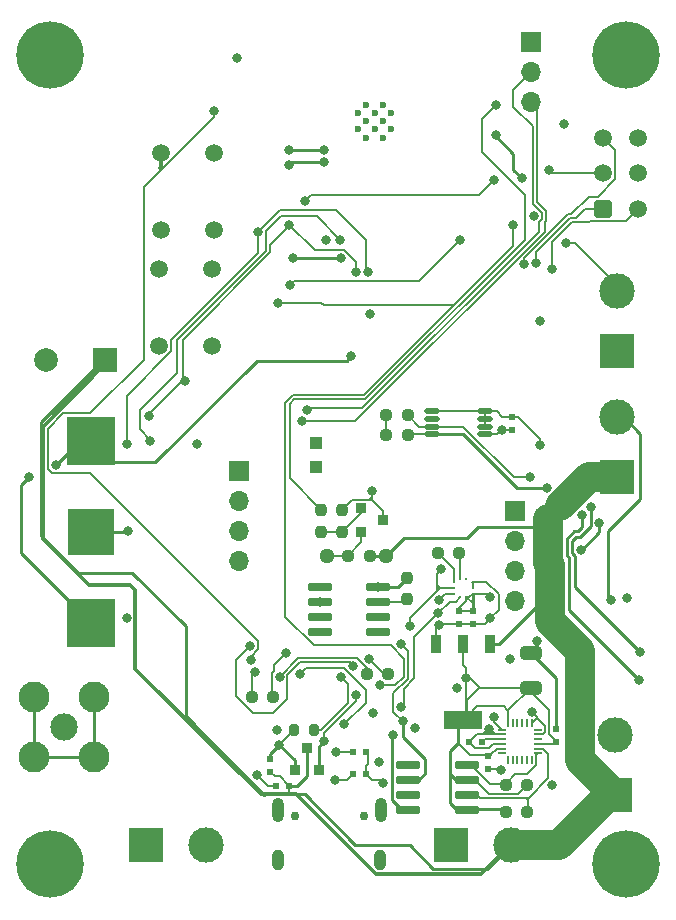
<source format=gbr>
%TF.GenerationSoftware,KiCad,Pcbnew,8.0.5*%
%TF.CreationDate,2025-03-30T22:56:12-04:00*%
%TF.ProjectId,TR3V4,54523356-342e-46b6-9963-61645f706362,rev?*%
%TF.SameCoordinates,Original*%
%TF.FileFunction,Copper,L4,Bot*%
%TF.FilePolarity,Positive*%
%FSLAX46Y46*%
G04 Gerber Fmt 4.6, Leading zero omitted, Abs format (unit mm)*
G04 Created by KiCad (PCBNEW 8.0.5) date 2025-03-30 22:56:12*
%MOMM*%
%LPD*%
G01*
G04 APERTURE LIST*
G04 Aperture macros list*
%AMRoundRect*
0 Rectangle with rounded corners*
0 $1 Rounding radius*
0 $2 $3 $4 $5 $6 $7 $8 $9 X,Y pos of 4 corners*
0 Add a 4 corners polygon primitive as box body*
4,1,4,$2,$3,$4,$5,$6,$7,$8,$9,$2,$3,0*
0 Add four circle primitives for the rounded corners*
1,1,$1+$1,$2,$3*
1,1,$1+$1,$4,$5*
1,1,$1+$1,$6,$7*
1,1,$1+$1,$8,$9*
0 Add four rect primitives between the rounded corners*
20,1,$1+$1,$2,$3,$4,$5,0*
20,1,$1+$1,$4,$5,$6,$7,0*
20,1,$1+$1,$6,$7,$8,$9,0*
20,1,$1+$1,$8,$9,$2,$3,0*%
G04 Aperture macros list end*
%TA.AperFunction,ComponentPad*%
%ADD10R,3.000000X3.000000*%
%TD*%
%TA.AperFunction,ComponentPad*%
%ADD11C,3.000000*%
%TD*%
%TA.AperFunction,SMDPad,CuDef*%
%ADD12RoundRect,0.237500X0.237500X-0.250000X0.237500X0.250000X-0.237500X0.250000X-0.237500X-0.250000X0*%
%TD*%
%TA.AperFunction,SMDPad,CuDef*%
%ADD13RoundRect,0.042000X0.943000X0.258000X-0.943000X0.258000X-0.943000X-0.258000X0.943000X-0.258000X0*%
%TD*%
%TA.AperFunction,ComponentPad*%
%ADD14C,5.700000*%
%TD*%
%TA.AperFunction,ComponentPad*%
%ADD15C,1.280000*%
%TD*%
%TA.AperFunction,ComponentPad*%
%ADD16R,1.000000X1.000000*%
%TD*%
%TA.AperFunction,ComponentPad*%
%ADD17O,1.000000X1.800000*%
%TD*%
%TA.AperFunction,ComponentPad*%
%ADD18O,1.000000X2.100000*%
%TD*%
%TA.AperFunction,ComponentPad*%
%ADD19C,0.750000*%
%TD*%
%TA.AperFunction,ComponentPad*%
%ADD20RoundRect,0.250001X0.499999X-0.499999X0.499999X0.499999X-0.499999X0.499999X-0.499999X-0.499999X0*%
%TD*%
%TA.AperFunction,ComponentPad*%
%ADD21C,1.500000*%
%TD*%
%TA.AperFunction,ComponentPad*%
%ADD22R,1.700000X1.700000*%
%TD*%
%TA.AperFunction,ComponentPad*%
%ADD23O,1.700000X1.700000*%
%TD*%
%TA.AperFunction,ComponentPad*%
%ADD24C,0.600000*%
%TD*%
%TA.AperFunction,ComponentPad*%
%ADD25R,2.000000X2.000000*%
%TD*%
%TA.AperFunction,ComponentPad*%
%ADD26C,2.000000*%
%TD*%
%TA.AperFunction,ComponentPad*%
%ADD27C,1.498600*%
%TD*%
%TA.AperFunction,ComponentPad*%
%ADD28C,2.325000*%
%TD*%
%TA.AperFunction,ComponentPad*%
%ADD29C,2.625000*%
%TD*%
%TA.AperFunction,SMDPad,CuDef*%
%ADD30O,1.350000X0.449999*%
%TD*%
%TA.AperFunction,SMDPad,CuDef*%
%ADD31RoundRect,0.237500X0.250000X0.237500X-0.250000X0.237500X-0.250000X-0.237500X0.250000X-0.237500X0*%
%TD*%
%TA.AperFunction,SMDPad,CuDef*%
%ADD32R,3.960000X3.960000*%
%TD*%
%TA.AperFunction,SMDPad,CuDef*%
%ADD33R,4.170000X4.170000*%
%TD*%
%TA.AperFunction,SMDPad,CuDef*%
%ADD34RoundRect,0.023750X0.071250X-0.296250X0.071250X0.296250X-0.071250X0.296250X-0.071250X-0.296250X0*%
%TD*%
%TA.AperFunction,SMDPad,CuDef*%
%ADD35RoundRect,0.023750X0.071250X-0.298750X0.071250X0.298750X-0.071250X0.298750X-0.071250X-0.298750X0*%
%TD*%
%TA.AperFunction,SMDPad,CuDef*%
%ADD36RoundRect,0.023750X0.071250X-0.293750X0.071250X0.293750X-0.071250X0.293750X-0.071250X-0.293750X0*%
%TD*%
%TA.AperFunction,SMDPad,CuDef*%
%ADD37RoundRect,0.022500X0.067500X-0.297500X0.067500X0.297500X-0.067500X0.297500X-0.067500X-0.297500X0*%
%TD*%
%TA.AperFunction,SMDPad,CuDef*%
%ADD38RoundRect,0.022500X0.297500X-0.067500X0.297500X0.067500X-0.297500X0.067500X-0.297500X-0.067500X0*%
%TD*%
%TA.AperFunction,SMDPad,CuDef*%
%ADD39RoundRect,0.023750X0.296250X-0.071250X0.296250X0.071250X-0.296250X0.071250X-0.296250X-0.071250X0*%
%TD*%
%TA.AperFunction,SMDPad,CuDef*%
%ADD40RoundRect,0.023750X0.293750X-0.071250X0.293750X0.071250X-0.293750X0.071250X-0.293750X-0.071250X0*%
%TD*%
%TA.AperFunction,SMDPad,CuDef*%
%ADD41RoundRect,0.025000X0.075000X-0.295000X0.075000X0.295000X-0.075000X0.295000X-0.075000X-0.295000X0*%
%TD*%
%TA.AperFunction,SMDPad,CuDef*%
%ADD42R,0.254000X0.279400*%
%TD*%
%TA.AperFunction,SMDPad,CuDef*%
%ADD43R,0.254000X0.254000*%
%TD*%
%TA.AperFunction,SMDPad,CuDef*%
%ADD44R,0.500000X0.605600*%
%TD*%
%TA.AperFunction,SMDPad,CuDef*%
%ADD45RoundRect,0.237500X-0.237500X0.250000X-0.237500X-0.250000X0.237500X-0.250000X0.237500X0.250000X0*%
%TD*%
%TA.AperFunction,SMDPad,CuDef*%
%ADD46R,0.889000X0.812800*%
%TD*%
%TA.AperFunction,SMDPad,CuDef*%
%ADD47RoundRect,0.200000X-0.200000X-0.275000X0.200000X-0.275000X0.200000X0.275000X-0.200000X0.275000X0*%
%TD*%
%TA.AperFunction,SMDPad,CuDef*%
%ADD48R,0.605600X0.500000*%
%TD*%
%TA.AperFunction,SMDPad,CuDef*%
%ADD49RoundRect,0.237500X-0.250000X-0.237500X0.250000X-0.237500X0.250000X0.237500X-0.250000X0.237500X0*%
%TD*%
%TA.AperFunction,SMDPad,CuDef*%
%ADD50R,0.900800X1.549400*%
%TD*%
%TA.AperFunction,SMDPad,CuDef*%
%ADD51R,3.200400X1.549400*%
%TD*%
%TA.AperFunction,SMDPad,CuDef*%
%ADD52RoundRect,0.250000X-0.650000X0.325000X-0.650000X-0.325000X0.650000X-0.325000X0.650000X0.325000X0*%
%TD*%
%TA.AperFunction,SMDPad,CuDef*%
%ADD53R,0.609600X0.508000*%
%TD*%
%TA.AperFunction,SMDPad,CuDef*%
%ADD54R,0.812800X0.889000*%
%TD*%
%TA.AperFunction,ViaPad*%
%ADD55C,0.800000*%
%TD*%
%TA.AperFunction,Conductor*%
%ADD56C,0.250000*%
%TD*%
%TA.AperFunction,Conductor*%
%ADD57C,2.540000*%
%TD*%
%TA.AperFunction,Conductor*%
%ADD58C,0.150000*%
%TD*%
%TA.AperFunction,Conductor*%
%ADD59C,0.300387*%
%TD*%
G04 APERTURE END LIST*
D10*
%TO.P,J5,1,Pin_1*%
%TO.N,N/C*%
X191008000Y-77216000D03*
D11*
%TO.P,J5,2,Pin_2*%
%TO.N,cam*%
X191008000Y-72136000D03*
%TD*%
D12*
%TO.P,R3,1*%
%TO.N,+1V8*%
X173228000Y-98194500D03*
%TO.P,R3,2*%
%TO.N,/I2C Int*%
X173228000Y-96369500D03*
%TD*%
D13*
%TO.P,Q8,1*%
%TO.N,/I2C Int*%
X170812000Y-97155000D03*
%TO.P,Q8,2*%
%TO.N,+1V8*%
X170812000Y-98425000D03*
%TO.P,Q8,3*%
%TO.N,unconnected-(Q8-Pad3)*%
X170812000Y-99695000D03*
%TO.P,Q8,4*%
%TO.N,unconnected-(Q8-Pad4)*%
X170812000Y-100965000D03*
%TO.P,Q8,5*%
%TO.N,unconnected-(Q8-Pad5)*%
X165862000Y-100965000D03*
%TO.P,Q8,6*%
%TO.N,N/C*%
X165862000Y-99695000D03*
%TO.P,Q8,7*%
%TO.N,Net-(U11-IO17)*%
X165862000Y-98425000D03*
%TO.P,Q8,8*%
%TO.N,N/C*%
X165862000Y-97155000D03*
%TD*%
D14*
%TO.P,,1*%
%TO.N,N/C*%
X143000000Y-52130000D03*
%TD*%
D15*
%TO.P,LS1,1*%
%TO.N,Net-(Q1-C)*%
X166450000Y-94500000D03*
%TO.P,LS1,2*%
%TO.N,+7.5V*%
X171450000Y-94500000D03*
%TD*%
D16*
%TO.P,TX2,1,1*%
%TO.N,/gps_tx*%
X165500000Y-87000000D03*
%TD*%
D17*
%TO.P,J2,13*%
%TO.N,N/C*%
X162359996Y-120250000D03*
%TO.P,J2,14*%
X171000000Y-120250000D03*
D18*
%TO.P,J2,15*%
X162347347Y-116070000D03*
%TO.P,J2,16*%
X171037649Y-116073350D03*
D19*
%TO.P,J2,17*%
X163789998Y-116561600D03*
%TO.P,J2,18*%
X169569998Y-116561600D03*
%TD*%
D20*
%TO.P,J6,1,Pin_1*%
%TO.N,/SPICLK*%
X189810000Y-65134000D03*
D21*
%TO.P,J6,2,Pin_2*%
%TO.N,/cs_sd*%
X189810000Y-62134000D03*
%TO.P,J6,3,Pin_3*%
%TO.N,/SPI_MISO*%
X189810000Y-59134000D03*
%TO.P,J6,4,Pin_4*%
%TO.N,/SPI_MOSI*%
X192810000Y-65134000D03*
%TO.P,J6,5,Pin_5*%
%TO.N,Earth*%
X192810000Y-62134000D03*
%TO.P,J6,6,Pin_6*%
%TO.N,+3.3V*%
X192810000Y-59134000D03*
%TD*%
D14*
%TO.P,,1*%
%TO.N,N/C*%
X191800000Y-120650000D03*
%TD*%
D22*
%TO.P,J3,1,Pin_1*%
%TO.N,Earth*%
X183750000Y-51042000D03*
D23*
%TO.P,J3,2,Pin_2*%
%TO.N,/UART_TX*%
X183750000Y-53582000D03*
%TO.P,J3,3,Pin_3*%
%TO.N,/UART_RX*%
X183750000Y-56122000D03*
%TD*%
D16*
%TO.P,RX2,1,1*%
%TO.N,/gps_rx*%
X165500000Y-85000000D03*
%TD*%
D10*
%TO.P,SW1,1,A*%
%TO.N,Net-(SW1-A)*%
X176990583Y-118970001D03*
D11*
%TO.P,SW1,2,B*%
%TO.N,+7.5V*%
X182070583Y-118970001D03*
%TD*%
D24*
%TO.P,U11,39,GND*%
%TO.N,Earth*%
X169112000Y-57022000D03*
X169112000Y-58422000D03*
X169812000Y-56322000D03*
X169812000Y-57722000D03*
X169812000Y-59122000D03*
X170512000Y-57022000D03*
X170512000Y-58422000D03*
X171212000Y-56322000D03*
X171212000Y-57722000D03*
X171212000Y-59122000D03*
X171912000Y-57022000D03*
X171912000Y-58422000D03*
%TD*%
D25*
%TO.P,C3,1*%
%TO.N,+7.5V*%
X147655677Y-77978000D03*
D26*
%TO.P,C3,2*%
%TO.N,Earth*%
X142655677Y-77978000D03*
%TD*%
D27*
%TO.P,SW4,3*%
%TO.N,/reset*%
X152390417Y-60412000D03*
%TO.P,SW4,2,2*%
%TO.N,Earth*%
X156890418Y-66912002D03*
%TO.P,SW4,1,1*%
X156890418Y-60412000D03*
%TO.P,SW4,*%
%TO.N,/reset*%
X152390417Y-66912002D03*
%TD*%
D22*
%TO.P,J7,1,Pin_1*%
%TO.N,/TDO*%
X159004000Y-87376000D03*
D23*
%TO.P,J7,2,Pin_2*%
%TO.N,/SPI_MISO*%
X159004000Y-89916000D03*
%TO.P,J7,3,Pin_3*%
%TO.N,/SPI_MOSI*%
X159004000Y-92456000D03*
%TO.P,J7,4,Pin_4*%
%TO.N,/SPICLK*%
X159004000Y-94996000D03*
%TD*%
D14*
%TO.P,,1*%
%TO.N,N/C*%
X143000000Y-120650000D03*
%TD*%
D28*
%TO.P,AE1,1*%
%TO.N,Net-(U7-ANT)*%
X144210000Y-109021800D03*
D29*
%TO.P,AE1,G1*%
%TO.N,Earth*%
X141670000Y-106481800D03*
%TO.P,AE1,G2*%
X146750000Y-106481800D03*
%TO.P,AE1,G3*%
X141670000Y-111561800D03*
%TO.P,AE1,G4*%
X146750000Y-111561800D03*
%TD*%
D10*
%TO.P,J4,1,Pin_1*%
%TO.N,+7.5V*%
X190881000Y-114808000D03*
D11*
%TO.P,J4,2,Pin_2*%
%TO.N,Net-(J4-Pin_2)*%
X190881000Y-109728000D03*
%TD*%
D10*
%TO.P,J1,1,Pin_1*%
%TO.N,Net-(J1-Pin_1)*%
X151170000Y-119000000D03*
D11*
%TO.P,J1,2,Pin_2*%
%TO.N,Net-(J1-Pin_2)*%
X156250000Y-119000000D03*
%TD*%
D14*
%TO.P,,1*%
%TO.N,N/C*%
X191800000Y-52130000D03*
%TD*%
D27*
%TO.P,SW2,1,1*%
%TO.N,Earth*%
X156750000Y-70250000D03*
%TO.P,SW2,2,2*%
X156750000Y-76750002D03*
%TO.P,SW2,*%
%TO.N,/flash*%
X152249999Y-70250000D03*
%TO.P,SW2,4*%
X152249999Y-76750002D03*
%TD*%
D30*
%TO.P,U9,8,V+*%
%TO.N,+3.3V*%
X179832000Y-84246001D03*
%TO.P,U9,7,A0*%
%TO.N,Earth*%
X179832000Y-83596000D03*
%TO.P,U9,6,A1*%
X179832000Y-82946001D03*
%TO.P,U9,5,A2*%
X179832000Y-82296000D03*
%TO.P,U9,4,GND*%
X175381999Y-82296000D03*
%TO.P,U9,3,ALERT*%
%TO.N,unconnected-(U9-ALERT-Pad3)*%
X175381999Y-82946001D03*
%TO.P,U9,2,SCL*%
%TO.N,/I2C_SCL*%
X175381999Y-83596000D03*
%TO.P,U9,1,SDA*%
%TO.N,/I2C_SDA*%
X175381999Y-84246001D03*
%TD*%
D31*
%TO.P,R29,1*%
%TO.N,Net-(U8-CSB)*%
X177662500Y-94250000D03*
%TO.P,R29,2*%
%TO.N,+3.3V*%
X175837500Y-94250000D03*
%TD*%
D12*
%TO.P,R4,1*%
%TO.N,Net-(Q1-B)*%
X166000000Y-92500000D03*
%TO.P,R4,2*%
%TO.N,/piezo*%
X166000000Y-90675000D03*
%TD*%
D32*
%TO.P,BT1,*%
%TO.N,Earth*%
X146500000Y-92500000D03*
D33*
%TO.N,Net-(BT1-+)*%
X146500000Y-84815000D03*
X146500000Y-100185000D03*
%TD*%
D13*
%TO.P,Q6,1*%
%TO.N,Net-(U5-SDA{slash}SDI)*%
X178300000Y-112200000D03*
%TO.P,Q6,2*%
%TO.N,+1V8*%
X178300000Y-113470000D03*
%TO.P,Q6,3*%
%TO.N,Net-(U5-SCL{slash}SCLK)*%
X178300000Y-114740000D03*
%TO.P,Q6,4*%
%TO.N,+1V8*%
X178300000Y-116010000D03*
%TO.P,Q6,5*%
%TO.N,/I2C_SCL*%
X173350000Y-116010000D03*
%TO.P,Q6,6*%
%TO.N,N/C*%
X173350000Y-114740000D03*
%TO.P,Q6,7*%
%TO.N,/I2C_SDA*%
X173350000Y-113470000D03*
%TO.P,Q6,8*%
%TO.N,N/C*%
X173350000Y-112200000D03*
%TD*%
D34*
%TO.P,U5,1,NC*%
%TO.N,unconnected-(U5-NC-Pad1)*%
X183792500Y-111790000D03*
D35*
%TO.P,U5,2,NC__1*%
%TO.N,unconnected-(U5-NC__1-Pad2)*%
X183392500Y-111787500D03*
D34*
%TO.P,U5,3,NC__2*%
%TO.N,unconnected-(U5-NC__2-Pad3)*%
X182992500Y-111790000D03*
%TO.P,U5,4,NC__3*%
%TO.N,unconnected-(U5-NC__3-Pad4)*%
X182592500Y-111790000D03*
D36*
%TO.P,U5,5,NC__4*%
%TO.N,unconnected-(U5-NC__4-Pad5)*%
X182192500Y-111792500D03*
D37*
%TO.P,U5,6,NC__5*%
%TO.N,unconnected-(U5-NC__5-Pad6)*%
X181797500Y-111790000D03*
D38*
%TO.P,U5,7,AUX_CL*%
%TO.N,unconnected-(U5-AUX_CL-Pad7)*%
X181252500Y-111245000D03*
D39*
%TO.P,U5,8,VDDIO*%
%TO.N,+1V8*%
X181252500Y-110850000D03*
%TO.P,U5,9,AD0/SDO*%
%TO.N,Earth*%
X181252500Y-110450000D03*
%TO.P,U5,10,REGOUT*%
%TO.N,Net-(U5-REGOUT)*%
X181252500Y-110050000D03*
%TO.P,U5,11,FSYNC*%
%TO.N,Earth*%
X181252500Y-109650000D03*
D40*
%TO.P,U5,12,INT1*%
%TO.N,/I2C Int*%
X181250000Y-109250000D03*
D34*
%TO.P,U5,13,VDD*%
%TO.N,+1V8*%
X181792500Y-108700000D03*
D35*
%TO.P,U5,14,NC__6*%
%TO.N,unconnected-(U5-NC__6-Pad14)*%
X182192500Y-108697500D03*
D36*
%TO.P,U5,15,NC__7*%
%TO.N,unconnected-(U5-NC__7-Pad15)*%
X182592500Y-108702500D03*
D37*
%TO.P,U5,16,NC__8*%
%TO.N,unconnected-(U5-NC__8-Pad16)*%
X182987500Y-108700000D03*
D41*
%TO.P,U5,17,NC__9*%
%TO.N,unconnected-(U5-NC__9-Pad17)*%
X183387500Y-108700000D03*
D37*
%TO.P,U5,18,GND*%
%TO.N,Earth*%
X183787500Y-108700000D03*
D39*
%TO.P,U5,19,RESV_19*%
%TO.N,unconnected-(U5-RESV_19-Pad19)*%
X184342500Y-109240000D03*
%TO.P,U5,20,RESV_20*%
%TO.N,Earth*%
X184342500Y-109640000D03*
%TO.P,U5,21,AUX_DA*%
%TO.N,unconnected-(U5-AUX_DA-Pad21)*%
X184342500Y-110040000D03*
%TO.P,U5,22,~{CS}*%
%TO.N,+1V8*%
X184342500Y-110440000D03*
%TO.P,U5,23,SCL/SCLK*%
%TO.N,Net-(U5-SCL{slash}SCLK)*%
X184342500Y-110840000D03*
%TO.P,U5,24,SDA/SDI*%
%TO.N,Net-(U5-SDA{slash}SDI)*%
X184342500Y-111240000D03*
%TD*%
D42*
%TO.P,U8,1,VDDIO*%
%TO.N,+3.3V*%
X178273001Y-98010300D03*
%TO.P,U8,2,SCK*%
%TO.N,/I2C_SCL*%
X177773001Y-98010300D03*
D43*
%TO.P,U8,3,VSS*%
%TO.N,Earth*%
X177250000Y-97749998D03*
%TO.P,U8,4,SDI*%
%TO.N,/I2C_SDA*%
X177250000Y-97249999D03*
%TO.P,U8,5,SDO*%
%TO.N,+3.3V*%
X177250000Y-96750000D03*
D42*
%TO.P,U8,6,CSB*%
%TO.N,Net-(U8-CSB)*%
X177773001Y-96489698D03*
%TO.P,U8,7,INT*%
%TO.N,/BARO_INT*%
X178273001Y-96489698D03*
D43*
%TO.P,U8,8,VSS*%
%TO.N,Earth*%
X178796002Y-96750000D03*
%TO.P,U8,9,VSS*%
X178796002Y-97249999D03*
%TO.P,U8,10,VDD*%
%TO.N,+3.3V*%
X178796002Y-97749998D03*
%TD*%
D44*
%TO.P,C8,1*%
%TO.N,+7.5V*%
X161688798Y-112816600D03*
%TO.P,C8,2*%
%TO.N,Net-(Q5-B)*%
X161688798Y-111711000D03*
%TD*%
D45*
%TO.P,R5,1*%
%TO.N,Earth*%
X167750000Y-90675000D03*
%TO.P,R5,2*%
%TO.N,Net-(Q1-B)*%
X167750000Y-92500000D03*
%TD*%
D46*
%TO.P,Q1,1,C*%
%TO.N,Net-(Q1-C)*%
X169360001Y-92524999D03*
%TO.P,Q1,2,B*%
%TO.N,Net-(Q1-B)*%
X169360001Y-90475001D03*
%TO.P,Q1,3,E*%
%TO.N,Earth*%
X171250000Y-91500000D03*
%TD*%
D47*
%TO.P,R9,1*%
%TO.N,Net-(Q5-B)*%
X163688798Y-109263800D03*
%TO.P,R9,2*%
%TO.N,/Detect*%
X165338798Y-109263800D03*
%TD*%
D48*
%TO.P,C9,1*%
%TO.N,+7.5V*%
X163294398Y-114013800D03*
%TO.P,C9,2*%
%TO.N,Earth*%
X162188798Y-114013800D03*
%TD*%
D49*
%TO.P,R18,1*%
%TO.N,+3.3V*%
X171507000Y-84296000D03*
%TO.P,R18,2*%
%TO.N,/I2C_SDA*%
X173332000Y-84296000D03*
%TD*%
D50*
%TO.P,U10,1,GND*%
%TO.N,Earth*%
X175700000Y-102000000D03*
%TO.P,U10,2,OUT*%
%TO.N,+1V8*%
X178000000Y-102000000D03*
%TO.P,U10,3,INPUT*%
%TO.N,+7.5V*%
X180300000Y-102000000D03*
D51*
%TO.P,U10,4,OUT*%
%TO.N,+1V8*%
X178000000Y-108451600D03*
%TD*%
D52*
%TO.P,C17,1*%
%TO.N,Earth*%
X183750000Y-102750000D03*
%TO.P,C17,2*%
%TO.N,+1V8*%
X183750000Y-105700000D03*
%TD*%
D31*
%TO.P,R6,1*%
%TO.N,+7.5V*%
X170075000Y-94500000D03*
%TO.P,R6,2*%
%TO.N,Net-(Q1-C)*%
X168250000Y-94500000D03*
%TD*%
%TO.P,R32,1*%
%TO.N,Net-(U5-SCL{slash}SCLK)*%
X183412500Y-116250000D03*
%TO.P,R32,2*%
%TO.N,+1V8*%
X181587500Y-116250000D03*
%TD*%
D53*
%TO.P,C11,1*%
%TO.N,/DP*%
X168688798Y-113013800D03*
%TO.P,C11,2*%
%TO.N,Earth*%
X169780998Y-113013800D03*
%TD*%
D54*
%TO.P,Q5,1,C*%
%TO.N,/VCC*%
X165774999Y-112694999D03*
%TO.P,Q5,2,B*%
%TO.N,Net-(Q5-B)*%
X163725001Y-112694999D03*
%TO.P,Q5,3,E*%
%TO.N,+7.5V*%
X164750000Y-110805000D03*
%TD*%
D44*
%TO.P,C20,1*%
%TO.N,+1V8*%
X185900000Y-110252800D03*
%TO.P,C20,2*%
%TO.N,Earth*%
X185900000Y-109147200D03*
%TD*%
%TO.P,C14,1*%
%TO.N,Earth*%
X177673000Y-100279200D03*
%TO.P,C14,2*%
%TO.N,+3.3V*%
X177673000Y-99173600D03*
%TD*%
D48*
%TO.P,C18,1*%
%TO.N,Earth*%
X178494400Y-110300000D03*
%TO.P,C18,2*%
%TO.N,Net-(U5-REGOUT)*%
X179600000Y-110300000D03*
%TD*%
D49*
%TO.P,R20,1*%
%TO.N,+3.3V*%
X171469500Y-82621000D03*
%TO.P,R20,2*%
%TO.N,/I2C_SCL*%
X173294500Y-82621000D03*
%TD*%
D44*
%TO.P,C16,1*%
%TO.N,Earth*%
X182118000Y-82743200D03*
%TO.P,C16,2*%
%TO.N,+3.3V*%
X182118000Y-83848800D03*
%TD*%
D31*
%TO.P,R26,1*%
%TO.N,Net-(Q3-B)*%
X161912500Y-106500000D03*
%TO.P,R26,2*%
%TO.N,Net-(Q4-E)*%
X160087500Y-106500000D03*
%TD*%
D44*
%TO.P,C15,1*%
%TO.N,+3.3V*%
X178816000Y-99187000D03*
%TO.P,C15,2*%
%TO.N,Earth*%
X178816000Y-100292600D03*
%TD*%
D49*
%TO.P,R27,1*%
%TO.N,Net-(Q4-B)*%
X169837500Y-104500000D03*
%TO.P,R27,2*%
%TO.N,Net-(Q3-E)*%
X171662500Y-104500000D03*
%TD*%
D53*
%TO.P,C10,1*%
%TO.N,/DN*%
X168692698Y-111163800D03*
%TO.P,C10,2*%
%TO.N,Earth*%
X169784898Y-111163800D03*
%TD*%
D44*
%TO.P,C19,1*%
%TO.N,+1V8*%
X180100000Y-111500000D03*
%TO.P,C19,2*%
%TO.N,Earth*%
X180100000Y-112605600D03*
%TD*%
D31*
%TO.P,R33,1*%
%TO.N,+1V8*%
X183425000Y-113900000D03*
%TO.P,R33,2*%
%TO.N,Net-(U5-SDA{slash}SDI)*%
X181600000Y-113900000D03*
%TD*%
D22*
%TO.P,J8,1,Pin_1*%
%TO.N,+3.3V*%
X182372000Y-90688000D03*
D23*
%TO.P,J8,2,Pin_2*%
%TO.N,Earth*%
X182372000Y-93228000D03*
%TO.P,J8,3,Pin_3*%
%TO.N,/I2C_SCL*%
X182372000Y-95768000D03*
%TO.P,J8,4,Pin_4*%
%TO.N,/I2C_SDA*%
X182372000Y-98308000D03*
%TD*%
D10*
%TO.P,J5,1,Pin_1*%
%TO.N,+7.5V*%
X191000000Y-87884000D03*
D11*
%TO.P,J5,2,Pin_2*%
%TO.N,Net-(J5-Pin_2)*%
X191000000Y-82804000D03*
%TD*%
D55*
%TO.N,cam*%
X186690000Y-68072000D03*
%TO.N,/SPI_MOSI*%
X151500000Y-84836000D03*
%TO.N,/SPI_MISO*%
X154432000Y-79756000D03*
%TO.N,/SPICLK*%
X149500002Y-85061800D03*
%TO.N,/SPI_MISO*%
X151375001Y-82661999D03*
%TO.N,Net-(U11-IO17)*%
X180594000Y-62738000D03*
X164604274Y-64517989D03*
X165862000Y-98425000D03*
%TO.N,+3.3V*%
X181279200Y-83848800D03*
%TO.N,/I2C_SDA*%
X185068814Y-88802814D03*
%TO.N,/I2C_SCL*%
X183642000Y-87884000D03*
%TO.N,+1V8*%
X178250000Y-104902000D03*
%TO.N,/I2C Int*%
X180594000Y-108204000D03*
%TO.N,+1V8*%
X173228000Y-98194500D03*
%TO.N,/I2C Int*%
X170812000Y-97155000D03*
%TO.N,Earth*%
X166370000Y-67818000D03*
%TO.N,/UART_TX*%
X164752674Y-82200993D03*
%TO.N,/UART_RX*%
X164329021Y-83125573D03*
%TO.N,Earth*%
X173900000Y-109100000D03*
X184514000Y-85131120D03*
X170400000Y-107800000D03*
X160527379Y-113093721D03*
X191875000Y-98125000D03*
X162250000Y-109250000D03*
X175921486Y-100373919D03*
X184514000Y-74623140D03*
X155500000Y-85061800D03*
X175977298Y-98227298D03*
X180302800Y-99802800D03*
X170250000Y-89000000D03*
X186500000Y-58000000D03*
X184250000Y-101750000D03*
X171250000Y-113750000D03*
X180200200Y-109154795D03*
X185554596Y-113954595D03*
X183855485Y-107750000D03*
X149606000Y-92456000D03*
X181219676Y-112697991D03*
%TO.N,/DN*%
X167250000Y-111163800D03*
%TO.N,Net-(Q5-B)*%
X162438798Y-110513800D03*
%TO.N,/I2C_SCL*%
X172775000Y-107300000D03*
X175875000Y-99375000D03*
X163262000Y-61432000D03*
X172025938Y-109700000D03*
X166221000Y-61214000D03*
%TO.N,/I2C_SDA*%
X163262000Y-60162000D03*
X172887500Y-108512500D03*
X176137653Y-95637653D03*
X172750000Y-102012683D03*
X166221000Y-60198000D03*
X173500000Y-100500000D03*
%TO.N,/SPICLK*%
X184152745Y-69740949D03*
X160602298Y-67102298D03*
X169926000Y-70475100D03*
%TO.N,/SPI_MISO*%
X168926359Y-70501980D03*
X163262000Y-66512000D03*
X183154494Y-69800100D03*
%TO.N,Net-(BT1-+)*%
X168512000Y-77625420D03*
X143510000Y-86868000D03*
X141224000Y-87884000D03*
%TO.N,/UART_RX*%
X168708191Y-103874002D03*
X159949145Y-102145755D03*
%TO.N,/SPI_MOSI*%
X185525000Y-70250000D03*
X167567000Y-67762000D03*
%TO.N,+3.3V*%
X170900000Y-112000000D03*
X175837514Y-94187653D03*
X170108484Y-74037652D03*
X158870667Y-52412000D03*
X182000000Y-103250000D03*
X180250000Y-98000000D03*
X171469500Y-82621000D03*
X177500000Y-105750000D03*
X184000000Y-65750000D03*
X149500002Y-99768400D03*
%TO.N,/cs_sd*%
X185300000Y-61897000D03*
%TO.N,/DP*%
X167188798Y-113513800D03*
%TO.N,/TDO*%
X167640000Y-69342000D03*
X163576000Y-69342000D03*
%TO.N,/flash*%
X171000000Y-105500000D03*
X182250000Y-66500000D03*
X162297000Y-73075000D03*
%TO.N,Net-(J5-Pin_2)*%
X190485582Y-98250000D03*
%TO.N,Net-(Q3-B)*%
X163000000Y-102750000D03*
%TO.N,/VCC*%
X167938798Y-108763800D03*
X168938798Y-106263800D03*
X166258997Y-110241002D03*
X164188798Y-104513800D03*
%TO.N,/piezo*%
X180762000Y-56352000D03*
%TO.N,/Drouge*%
X187939476Y-94004408D03*
X189539990Y-91750000D03*
%TO.N,/cont drouge*%
X192862200Y-105044407D03*
X183000000Y-62572000D03*
X180762000Y-58892000D03*
X188089990Y-91095975D03*
%TO.N,/cont main*%
X192960582Y-102700000D03*
X188828860Y-90422124D03*
%TO.N,/LORA_Reset*%
X163322000Y-71628000D03*
X177727000Y-67762000D03*
%TO.N,Net-(Q3-E)*%
X170012500Y-103237500D03*
%TO.N,/Detect*%
X167688798Y-104763800D03*
%TO.N,Net-(Q4-B)*%
X162453278Y-104751317D03*
%TO.N,/reset*%
X160000000Y-103378000D03*
X156913000Y-56837000D03*
%TO.N,Net-(Q4-E)*%
X160399145Y-104394000D03*
%TD*%
D56*
%TO.N,Net-(J5-Pin_2)*%
X190485582Y-98250000D02*
X190264990Y-98029408D01*
X190264990Y-92437010D02*
X193000000Y-89702000D01*
X190264990Y-98029408D02*
X190264990Y-92437010D01*
X193000000Y-89702000D02*
X193000000Y-84170000D01*
X193000000Y-84170000D02*
X191000000Y-82170000D01*
D57*
%TO.N,+7.5V*%
X186216532Y-90324853D02*
X188657385Y-87884000D01*
X188657385Y-87884000D02*
X191000000Y-87884000D01*
D58*
%TO.N,/SPI_MISO*%
X189810000Y-59134000D02*
X190835000Y-60159000D01*
X183154494Y-69340480D02*
X183154494Y-69800100D01*
X190835000Y-62657000D02*
X189383000Y-64109000D01*
X189383000Y-64109000D02*
X188621000Y-64109000D01*
X188621000Y-64109000D02*
X187136000Y-65594000D01*
X190835000Y-60159000D02*
X190835000Y-62657000D01*
X187136000Y-65594000D02*
X186900974Y-65594000D01*
X186900974Y-65594000D02*
X183154494Y-69340480D01*
%TO.N,/SPICLK*%
X189810000Y-65134000D02*
X188358000Y-65134000D01*
X187045948Y-65944000D02*
X184152745Y-68837203D01*
X188358000Y-65134000D02*
X187548000Y-65944000D01*
X184152745Y-68837203D02*
X184152745Y-69740949D01*
X187548000Y-65944000D02*
X187045948Y-65944000D01*
%TO.N,/SPI_MOSI*%
X185525000Y-70250000D02*
X185525000Y-67959922D01*
X188785000Y-66159000D02*
X191785000Y-66159000D01*
X187198000Y-66294000D02*
X188658000Y-66294000D01*
X185525000Y-67959922D02*
X186936922Y-66548000D01*
X186936922Y-66548000D02*
X186944000Y-66548000D01*
X186944000Y-66548000D02*
X187198000Y-66294000D01*
X188658000Y-66294000D02*
X188785000Y-66167000D01*
X188785000Y-66167000D02*
X188785000Y-66159000D01*
X191785000Y-66159000D02*
X192810000Y-65134000D01*
%TO.N,/UART_RX*%
X183750000Y-56122000D02*
X184250000Y-56622000D01*
X184250000Y-64550431D02*
X185025000Y-65325431D01*
X185025000Y-65325431D02*
X185025000Y-66174570D01*
X184250000Y-56622000D02*
X184250000Y-64550431D01*
X185025000Y-66174570D02*
X184912000Y-66287570D01*
X184912000Y-66287570D02*
X184912000Y-67088000D01*
X184912000Y-67088000D02*
X168874427Y-83125573D01*
X168874427Y-83125573D02*
X164329021Y-83125573D01*
%TO.N,/UART_TX*%
X164752674Y-82200993D02*
X164911667Y-82042000D01*
X184404000Y-66300595D02*
X184675000Y-66029595D01*
X169463026Y-82042000D02*
X184404000Y-67101026D01*
X183900000Y-58150000D02*
X182250000Y-56500000D01*
X182250000Y-56500000D02*
X182250000Y-55082000D01*
X184404000Y-67101026D02*
X184404000Y-66300595D01*
X164911667Y-82042000D02*
X169463026Y-82042000D01*
X184675000Y-66029595D02*
X184675000Y-65470405D01*
X184675000Y-65470405D02*
X183900000Y-64695405D01*
X183900000Y-64695405D02*
X183900000Y-58150000D01*
X182250000Y-55082000D02*
X183750000Y-53582000D01*
%TO.N,cam*%
X191008000Y-71628000D02*
X187452000Y-68072000D01*
X187452000Y-68072000D02*
X186690000Y-68072000D01*
%TO.N,/cs_sd*%
X189810000Y-62134000D02*
X185537000Y-62134000D01*
X185537000Y-62134000D02*
X185300000Y-61897000D01*
%TO.N,Earth*%
X181000000Y-97795405D02*
X181000000Y-99105600D01*
D56*
%TO.N,Net-(BT1-+)*%
X168512000Y-77625420D02*
X168137420Y-78000000D01*
X168137420Y-78000000D02*
X160506000Y-78000000D01*
X151892000Y-86614000D02*
X148299000Y-86614000D01*
X160506000Y-78000000D02*
X151892000Y-86614000D01*
X148299000Y-86614000D02*
X146500000Y-84815000D01*
D58*
%TO.N,/LORA_Reset*%
X174239000Y-71250000D02*
X163700000Y-71250000D01*
X163700000Y-71250000D02*
X163322000Y-71628000D01*
X177727000Y-67762000D02*
X174239000Y-71250000D01*
%TO.N,/SPI_MISO*%
X163262000Y-66512000D02*
X163262000Y-66608000D01*
X163262000Y-66608000D02*
X161675000Y-68195000D01*
X161675000Y-68195000D02*
X161675000Y-68819974D01*
X161675000Y-68819974D02*
X154275000Y-76219974D01*
X154275000Y-76219974D02*
X154275000Y-79650001D01*
X154275000Y-79650001D02*
X151375001Y-82550000D01*
X151375001Y-82550000D02*
X151375001Y-82661999D01*
X163262000Y-66512000D02*
X165417000Y-68667000D01*
X165417000Y-68667000D02*
X167919595Y-68667000D01*
X167919595Y-68667000D02*
X168926359Y-69673764D01*
X168926359Y-69673764D02*
X168926359Y-70501980D01*
%TO.N,/SPI_MOSI*%
X167567000Y-67762000D02*
X165591000Y-65786000D01*
X161325000Y-68675000D02*
X153750000Y-76250000D01*
X165591000Y-65786000D02*
X162560000Y-65786000D01*
X150622000Y-82183405D02*
X150622000Y-83820000D01*
X162560000Y-65786000D02*
X161325000Y-67021000D01*
X161325000Y-67021000D02*
X161325000Y-68675000D01*
X153750000Y-76250000D02*
X153750000Y-79055405D01*
X153750000Y-79055405D02*
X150622000Y-82183405D01*
X150622000Y-83820000D02*
X151500000Y-84698000D01*
X151500000Y-84698000D02*
X151500000Y-84836000D01*
D56*
%TO.N,/I2C_SDA*%
X166221000Y-60198000D02*
X163298000Y-60198000D01*
X163298000Y-60198000D02*
X163262000Y-60162000D01*
%TO.N,/I2C_SCL*%
X166221000Y-61214000D02*
X163480000Y-61214000D01*
X163480000Y-61214000D02*
X163262000Y-61432000D01*
D58*
%TO.N,Net-(U11-IO17)*%
X165114263Y-64008000D02*
X179324000Y-64008000D01*
X179324000Y-64008000D02*
X180594000Y-62738000D01*
X164604274Y-64517989D02*
X165114263Y-64008000D01*
%TO.N,/piezo*%
X180762000Y-56352000D02*
X179578000Y-57536000D01*
X179578000Y-57536000D02*
X179578000Y-60328000D01*
X163300000Y-81700000D02*
X163300000Y-87975000D01*
X179578000Y-60328000D02*
X183250000Y-64000000D01*
X183250000Y-67750000D02*
X169720000Y-81280000D01*
X183250000Y-64000000D02*
X183250000Y-67750000D01*
X169720000Y-81280000D02*
X163720000Y-81280000D01*
X163720000Y-81280000D02*
X163300000Y-81700000D01*
X163300000Y-87975000D02*
X166000000Y-90675000D01*
D56*
%TO.N,/cont drouge*%
X180762000Y-58892000D02*
X180762000Y-59012000D01*
X180762000Y-59012000D02*
X182250000Y-60500000D01*
X182250000Y-60500000D02*
X182250000Y-61822000D01*
X182250000Y-61822000D02*
X183000000Y-62572000D01*
%TO.N,Net-(BT1-+)*%
X140589000Y-94274000D02*
X146500000Y-100185000D01*
X141224000Y-87884000D02*
X140589000Y-88519000D01*
X140589000Y-88519000D02*
X140589000Y-94274000D01*
%TO.N,+7.5V*%
X163322000Y-114695000D02*
X161213353Y-114695000D01*
X142250000Y-92860000D02*
X142250000Y-83195000D01*
X142255400Y-83195000D02*
X147472400Y-77978000D01*
X147472400Y-77978000D02*
X147655677Y-77978000D01*
X161213353Y-114695000D02*
X161158353Y-114750000D01*
X161158353Y-114750000D02*
X154500000Y-108091647D01*
X154500000Y-108091647D02*
X154500000Y-100500000D01*
X154500000Y-100500000D02*
X150000000Y-96000000D01*
X150000000Y-96000000D02*
X145390000Y-96000000D01*
X145390000Y-96000000D02*
X142250000Y-92860000D01*
X142250000Y-83195000D02*
X142255400Y-83195000D01*
D58*
%TO.N,Net-(Q4-E)*%
X160399145Y-104394000D02*
X160087500Y-104705645D01*
X160087500Y-104705645D02*
X160087500Y-106500000D01*
%TO.N,+3.3V*%
X181279200Y-83848800D02*
X181881999Y-83848800D01*
X181279200Y-83848800D02*
X180881999Y-84246001D01*
X180881999Y-84246001D02*
X179832000Y-84246001D01*
%TO.N,/flash*%
X177195513Y-73309513D02*
X175750000Y-74755026D01*
X182250000Y-68255026D02*
X177195513Y-73309513D01*
X177195513Y-73309513D02*
X166212487Y-73309513D01*
X166212487Y-73309513D02*
X165977974Y-73075000D01*
X165977974Y-73075000D02*
X162297000Y-73075000D01*
X182250000Y-66500000D02*
X182250000Y-68255026D01*
X172975000Y-104781366D02*
X172975000Y-103225000D01*
X169575026Y-80930000D02*
X175750000Y-74755026D01*
X172975000Y-103225000D02*
X171858000Y-102108000D01*
X171000000Y-105500000D02*
X172256366Y-105500000D01*
X163575025Y-80930000D02*
X169575026Y-80930000D01*
X172256366Y-105500000D02*
X172975000Y-104781366D01*
X171858000Y-102108000D02*
X165354000Y-102108000D01*
X165354000Y-102108000D02*
X162950000Y-99704000D01*
X162950000Y-81555025D02*
X163575025Y-80930000D01*
X162950000Y-99704000D02*
X162950000Y-81555025D01*
%TO.N,/SPICLK*%
X149500002Y-80994972D02*
X153274299Y-77220675D01*
X149500002Y-85061800D02*
X149500002Y-80994972D01*
X153274299Y-77220675D02*
X153274299Y-76230727D01*
X153274299Y-76230727D02*
X160602298Y-68902728D01*
X160602298Y-68902728D02*
X160602298Y-67102298D01*
%TO.N,/flash*%
X162297000Y-73075000D02*
X162372000Y-73000000D01*
X162500000Y-73100000D02*
X162322000Y-73100000D01*
X162322000Y-73100000D02*
X162297000Y-73075000D01*
D56*
%TO.N,/I2C_SDA*%
X185068814Y-88802814D02*
X182528814Y-88802814D01*
X177972001Y-84246001D02*
X175381999Y-84246001D01*
X182528814Y-88802814D02*
X177972001Y-84246001D01*
%TO.N,+7.5V*%
X186216532Y-90324853D02*
X184488385Y-92053000D01*
X184488385Y-92053000D02*
X179276911Y-92053000D01*
X178329911Y-93000000D02*
X173000000Y-93000000D01*
X173000000Y-93000000D02*
X171500000Y-94500000D01*
X171500000Y-94500000D02*
X170075000Y-94500000D01*
X186216532Y-90324853D02*
X185169476Y-91371909D01*
X185169476Y-91371909D02*
X185169476Y-91440000D01*
D57*
X185169476Y-91371909D02*
X185169476Y-95151780D01*
D56*
X179276911Y-92053000D02*
X178329911Y-93000000D01*
D57*
X187911000Y-102581088D02*
X187911000Y-111838000D01*
X185169476Y-95151780D02*
X185349000Y-95331304D01*
X185349000Y-95331304D02*
X185349000Y-100019088D01*
X185349000Y-100019088D02*
X187911000Y-102581088D01*
X187911000Y-111838000D02*
X190606198Y-114533198D01*
X190606198Y-114533198D02*
X186139396Y-119000000D01*
X186139396Y-119000000D02*
X182100582Y-119000000D01*
X182100582Y-119000000D02*
X182070583Y-118970001D01*
D58*
%TO.N,/I2C_SCL*%
X183642000Y-87884000D02*
X183896000Y-87884000D01*
X175381999Y-83596000D02*
X178024892Y-83596000D01*
X178024892Y-83596000D02*
X182312892Y-87884000D01*
X182312892Y-87884000D02*
X183642000Y-87884000D01*
D56*
%TO.N,/I2C Int*%
X172442500Y-97155000D02*
X173228000Y-96369500D01*
X170812000Y-97155000D02*
X172442500Y-97155000D01*
D58*
%TO.N,+1V8*%
X178250000Y-104902000D02*
X178250000Y-104000000D01*
X170812000Y-98425000D02*
X172997500Y-98425000D01*
X172997500Y-98425000D02*
X173228000Y-98194500D01*
%TO.N,/I2C_SDA*%
X172750000Y-102012683D02*
X173325000Y-102587683D01*
X172602298Y-101864981D02*
X172602298Y-101852298D01*
X173325000Y-102587683D02*
X173325000Y-104926341D01*
X173325000Y-104926341D02*
X172100000Y-106151341D01*
X172750000Y-102012683D02*
X172602298Y-101864981D01*
X172100000Y-106151341D02*
X172100000Y-107725000D01*
X172100000Y-107725000D02*
X172887500Y-108512500D01*
%TO.N,/I2C Int*%
X180594000Y-108204000D02*
X180594000Y-108594000D01*
X180594000Y-108594000D02*
X181250000Y-109250000D01*
%TO.N,/I2C_SCL*%
X172775000Y-107300000D02*
X172974000Y-107101000D01*
X172974000Y-107101000D02*
X172974000Y-105772315D01*
X172974000Y-105772315D02*
X173875000Y-104871315D01*
X173875000Y-104871315D02*
X173875000Y-101375000D01*
X173875000Y-101375000D02*
X175875000Y-99375000D01*
%TO.N,Earth*%
X181279200Y-82743200D02*
X182626000Y-82743200D01*
X182626000Y-82743200D02*
X184514000Y-84631200D01*
X184514000Y-84631200D02*
X184514000Y-85131120D01*
X179832000Y-82296000D02*
X180832000Y-82296000D01*
X181279200Y-82743200D02*
X180832000Y-82296000D01*
%TO.N,+3.3V*%
X175837514Y-94187653D02*
X175837514Y-94249986D01*
X175837514Y-94249986D02*
X175837500Y-94250000D01*
%TO.N,/reset*%
X142835000Y-87147595D02*
X142835000Y-83760000D01*
X160000000Y-103049495D02*
X160624145Y-102425350D01*
X160624145Y-102425350D02*
X160624145Y-101746945D01*
X160000000Y-103378000D02*
X160000000Y-103049495D01*
X146420200Y-87543000D02*
X143230405Y-87543000D01*
X142835000Y-83760000D02*
X144140000Y-82455000D01*
X144140000Y-82455000D02*
X146399000Y-82455000D01*
X143230405Y-87543000D02*
X142835000Y-87147595D01*
X160624145Y-101746945D02*
X146420200Y-87543000D01*
X146399000Y-82455000D02*
X150952200Y-77901800D01*
X150952200Y-77901800D02*
X150952200Y-63298796D01*
X150952200Y-63298796D02*
X156913000Y-57337996D01*
X156913000Y-57337996D02*
X156913000Y-56837000D01*
D56*
%TO.N,/cont drouge*%
X188089990Y-91095975D02*
X188089990Y-92086404D01*
X187375801Y-92450000D02*
X186764476Y-93061325D01*
X188089990Y-92086404D02*
X187726394Y-92450000D01*
X186944000Y-99126207D02*
X192862200Y-105044407D01*
X187726394Y-92450000D02*
X187375801Y-92450000D01*
X186764476Y-93061325D02*
X186764476Y-94491109D01*
X186764476Y-94491109D02*
X186944000Y-94670633D01*
X186944000Y-94670633D02*
X186944000Y-99126207D01*
%TO.N,/cont main*%
X188828860Y-90422124D02*
X188828860Y-90999429D01*
X188814990Y-91997800D02*
X187912790Y-92900000D01*
X187214476Y-94304713D02*
X187452000Y-94542237D01*
X187452000Y-94542237D02*
X187452000Y-97191418D01*
X187452000Y-97191418D02*
X192960582Y-102700000D01*
X187912790Y-92900000D02*
X187562197Y-92900000D01*
X188828860Y-90999429D02*
X188814990Y-91013299D01*
X188814990Y-91013299D02*
X188814990Y-91997800D01*
X187562197Y-92900000D02*
X187214476Y-93247721D01*
X187214476Y-93247721D02*
X187214476Y-94304713D01*
%TO.N,/Drouge*%
X189539990Y-92545592D02*
X189539990Y-91750000D01*
X187939476Y-94004408D02*
X188081174Y-94004408D01*
X188081174Y-94004408D02*
X189539990Y-92545592D01*
D58*
%TO.N,Earth*%
X179832000Y-82296000D02*
X179832000Y-82946001D01*
X179832000Y-82296000D02*
X175381999Y-82296000D01*
X169780998Y-113013800D02*
X169780998Y-112321600D01*
D56*
X185900000Y-104900000D02*
X183750000Y-102750000D01*
X146500000Y-92500000D02*
X149562000Y-92500000D01*
D58*
X180695405Y-109650000D02*
X181252500Y-109650000D01*
X170000000Y-89793601D02*
X170293601Y-89793601D01*
X170250000Y-89000000D02*
X170250000Y-89750000D01*
X160527379Y-113093721D02*
X161447458Y-114013800D01*
X170250000Y-113500000D02*
X169780998Y-113030998D01*
X184250000Y-108237500D02*
X184250000Y-108250000D01*
X178802600Y-100279200D02*
X178816000Y-100292600D01*
X170250000Y-89000000D02*
X170250000Y-89543601D01*
X169938798Y-111317700D02*
X169784898Y-111163800D01*
D59*
X184250000Y-101750000D02*
X184250000Y-102750000D01*
D58*
X179813000Y-100292600D02*
X180302800Y-99802800D01*
X183787500Y-108700000D02*
X184250000Y-108237500D01*
X184733156Y-109640000D02*
X184342500Y-109640000D01*
X168631399Y-89793601D02*
X170000000Y-89793601D01*
X180552800Y-110450000D02*
X181252500Y-110450000D01*
X178494400Y-110300000D02*
X179019400Y-110825000D01*
X180177800Y-110825000D02*
X180552800Y-110450000D01*
X184937500Y-108937500D02*
X184937500Y-109435656D01*
X180200200Y-109154795D02*
X180198011Y-109154795D01*
X181127285Y-112605600D02*
X180100000Y-112605600D01*
X184250000Y-108250000D02*
X184937500Y-108937500D01*
X179702806Y-109650000D02*
X179600000Y-109650000D01*
X169780998Y-113030998D02*
X169780998Y-113013800D01*
X184937500Y-109435656D02*
X184733156Y-109640000D01*
X176454598Y-97749998D02*
X177250000Y-97749998D01*
X178796002Y-96750000D02*
X178773001Y-96773001D01*
X178816000Y-100292600D02*
X179813000Y-100292600D01*
X175700000Y-100595405D02*
X175700000Y-102000000D01*
X183855485Y-107750000D02*
X184250000Y-108144515D01*
D56*
X146750000Y-111561800D02*
X146750000Y-106481800D01*
D58*
X171000000Y-113500000D02*
X170250000Y-113500000D01*
X169938798Y-112163800D02*
X169938798Y-111317700D01*
D56*
X149562000Y-92500000D02*
X149606000Y-92456000D01*
D58*
X177673000Y-100279200D02*
X178802600Y-100279200D01*
X180198011Y-109154795D02*
X179702806Y-109650000D01*
D56*
X141670000Y-106481800D02*
X141670000Y-111561800D01*
D58*
X175977298Y-98227298D02*
X176454598Y-97749998D01*
X178796002Y-96750000D02*
X178796002Y-97249999D01*
X170250000Y-89543601D02*
X170000000Y-89793601D01*
X176016205Y-100279200D02*
X177673000Y-100279200D01*
X161447458Y-114013800D02*
X162188798Y-114013800D01*
X179019400Y-110825000D02*
X180177800Y-110825000D01*
X181252500Y-109650000D02*
X179144400Y-109650000D01*
X176045405Y-100250000D02*
X175921486Y-100373919D01*
X175921486Y-100373919D02*
X175700000Y-100595405D01*
X179144400Y-109650000D02*
X178494400Y-110300000D01*
X171250000Y-113750000D02*
X171000000Y-113500000D01*
X170293601Y-89793601D02*
X171250000Y-90750000D01*
X179954595Y-96750000D02*
X178796002Y-96750000D01*
X171250000Y-90750000D02*
X171250000Y-91500000D01*
X181000000Y-97795405D02*
X179954595Y-96750000D01*
D56*
X185900000Y-109147200D02*
X185900000Y-104900000D01*
X141670000Y-111561800D02*
X146750000Y-111561800D01*
D58*
X184250000Y-108144515D02*
X184250000Y-108250000D01*
X167750000Y-90675000D02*
X168631399Y-89793601D01*
X169780998Y-112321600D02*
X169938798Y-112163800D01*
X180302800Y-99802800D02*
X181000000Y-99105600D01*
X179832000Y-83596000D02*
X179832000Y-82946001D01*
X181219676Y-112697991D02*
X181127285Y-112605600D01*
X180200200Y-109154795D02*
X180695405Y-109650000D01*
X170250000Y-89750000D02*
X170293601Y-89793601D01*
X175921486Y-100373919D02*
X176016205Y-100279200D01*
%TO.N,/DN*%
X168752098Y-111088800D02*
X168702098Y-111038800D01*
D56*
X168680998Y-111059900D02*
X168702098Y-111038800D01*
D58*
X167250000Y-111163800D02*
X168692698Y-111163800D01*
D56*
%TO.N,Net-(Q5-B)*%
X163725001Y-111800003D02*
X162438798Y-110513800D01*
D58*
X162438798Y-110513800D02*
X162688798Y-110513800D01*
D56*
X163725001Y-112694999D02*
X163725001Y-111800003D01*
X161688798Y-111711000D02*
X161688798Y-111263800D01*
D58*
X163438798Y-109513800D02*
X163688798Y-109263800D01*
D56*
X161688798Y-111263800D02*
X162438798Y-110513800D01*
D58*
X163688798Y-109263800D02*
X162438798Y-110513800D01*
D56*
%TO.N,+7.5V*%
X163907100Y-114013800D02*
X163294398Y-114013800D01*
X164750000Y-110805000D02*
X164750000Y-113170900D01*
D58*
X163294398Y-114013800D02*
X163571698Y-114013800D01*
X162052000Y-113179802D02*
X161688798Y-112816600D01*
D56*
X164750000Y-113170900D02*
X163907100Y-114013800D01*
D58*
X163294398Y-114013800D02*
X162460400Y-113179802D01*
D56*
X173469582Y-118999000D02*
X175470582Y-121000000D01*
X181000000Y-102000000D02*
X184164956Y-98835044D01*
D59*
X150250195Y-97439261D02*
X150250195Y-104072995D01*
X146339421Y-96999809D02*
X149810743Y-96999809D01*
D56*
X164567978Y-114695000D02*
X168871978Y-118999000D01*
D59*
X147655677Y-77978000D02*
X147655677Y-78493009D01*
X142409807Y-93070195D02*
X146339421Y-96999809D01*
X160847007Y-114669807D02*
X163817453Y-114669807D01*
D56*
X147117677Y-78000000D02*
X147117677Y-78132323D01*
D59*
X170647839Y-121500193D02*
X179540391Y-121500193D01*
D56*
X163322000Y-114695000D02*
X164567978Y-114695000D01*
D59*
X149810743Y-96999809D02*
X150250195Y-97439261D01*
D56*
X168871978Y-118999000D02*
X173469582Y-118999000D01*
D58*
X163294398Y-114013800D02*
X163294398Y-114667398D01*
D59*
X142409807Y-83583879D02*
X142409807Y-93070195D01*
D56*
X180040584Y-121000000D02*
X182070583Y-118970001D01*
D59*
X163817453Y-114669807D02*
X170647839Y-121500193D01*
X150250195Y-104072995D02*
X160847007Y-114669807D01*
X147500677Y-78493009D02*
X142409807Y-83583879D01*
D58*
X163294398Y-114667398D02*
X163322000Y-114695000D01*
D56*
X175470582Y-121000000D02*
X180040584Y-121000000D01*
X180600000Y-102000000D02*
X181000000Y-102000000D01*
D59*
X147655677Y-78493009D02*
X147500677Y-78493009D01*
X179540391Y-121500193D02*
X182070583Y-118970001D01*
D58*
X162460400Y-113179802D02*
X162052000Y-113179802D01*
%TO.N,/I2C_SCL*%
X175381999Y-83596000D02*
X174269500Y-83596000D01*
D56*
X172000000Y-115200000D02*
X172810000Y-116010000D01*
D58*
X176858302Y-98391698D02*
X177391603Y-98391698D01*
D56*
X172810000Y-116010000D02*
X173350000Y-116010000D01*
D58*
X175875000Y-99375000D02*
X176858302Y-98391698D01*
X174269500Y-83596000D02*
X173294500Y-82621000D01*
D56*
X172000000Y-109725938D02*
X172000000Y-115200000D01*
X172025938Y-109700000D02*
X172000000Y-109725938D01*
D58*
X177391603Y-98391698D02*
X177773001Y-98010300D01*
D56*
%TO.N,/I2C_SDA*%
X172887500Y-108512500D02*
X172887500Y-109787500D01*
X174230000Y-113470000D02*
X173350000Y-113470000D01*
D58*
X175381999Y-84246001D02*
X173381999Y-84246001D01*
X176000000Y-97250000D02*
X175750000Y-97500000D01*
X175750000Y-96025306D02*
X175750000Y-97000000D01*
X173500000Y-99750000D02*
X175750000Y-97500000D01*
D56*
X172887500Y-109787500D02*
X172900000Y-109800000D01*
D58*
X173500000Y-100500000D02*
X173500000Y-99750000D01*
X176137653Y-95637653D02*
X175750000Y-96025306D01*
D56*
X174800000Y-111751243D02*
X174800000Y-112900000D01*
X172900000Y-109800000D02*
X172900000Y-109851243D01*
D58*
X175750000Y-97000000D02*
X175750000Y-97250000D01*
X175750000Y-97500000D02*
X175750000Y-97250000D01*
X176000000Y-97250000D02*
X175750000Y-97000000D01*
D56*
X174800000Y-112900000D02*
X174230000Y-113470000D01*
D58*
X176000001Y-97249999D02*
X176000000Y-97250000D01*
X177250000Y-97249999D02*
X176000001Y-97249999D01*
D56*
X172900000Y-109851243D02*
X174800000Y-111751243D01*
D58*
%TO.N,/SPICLK*%
X169750000Y-70299100D02*
X169750000Y-67795409D01*
X169750000Y-67795409D02*
X167204591Y-65250000D01*
X162454596Y-65250000D02*
X160602298Y-67102298D01*
X169926000Y-70475100D02*
X169750000Y-70299100D01*
X167204591Y-65250000D02*
X162454596Y-65250000D01*
D56*
%TO.N,Net-(BT1-+)*%
X143510000Y-86868000D02*
X145563000Y-84815000D01*
X145563000Y-84815000D02*
X146500000Y-84815000D01*
D58*
%TO.N,/UART_RX*%
X163128278Y-104571291D02*
X164150567Y-103549002D01*
X163128278Y-106621722D02*
X163128278Y-104571291D01*
X158750000Y-103344900D02*
X158750000Y-106381366D01*
X161925000Y-107825000D02*
X163128278Y-106621722D01*
X160193634Y-107825000D02*
X161925000Y-107825000D01*
X159949145Y-102145755D02*
X158750000Y-103344900D01*
X168383191Y-103549002D02*
X168708191Y-103874002D01*
X158750000Y-106381366D02*
X160193634Y-107825000D01*
X164150567Y-103549002D02*
X168383191Y-103549002D01*
D56*
%TO.N,+3.3V*%
X178816000Y-97769996D02*
X178796002Y-97749998D01*
D58*
X178816000Y-98553299D02*
X178816000Y-99187000D01*
X177673000Y-99173600D02*
X178802600Y-99173600D01*
X171507000Y-84296000D02*
X171507000Y-82658500D01*
X178535700Y-98010300D02*
X178796002Y-97749998D01*
X178796004Y-97750000D02*
X178796002Y-97749998D01*
D56*
X178816000Y-99187000D02*
X178816000Y-97769996D01*
D58*
X177250000Y-95662500D02*
X175837500Y-94250000D01*
X178152600Y-98447400D02*
X178273001Y-98327000D01*
X180000000Y-97750000D02*
X178796004Y-97750000D01*
X180250000Y-98000000D02*
X180000000Y-97750000D01*
X178273001Y-98010300D02*
X178535700Y-98010300D01*
X178802600Y-99173600D02*
X178816000Y-99187000D01*
X178273001Y-98327000D02*
X178273001Y-98010300D01*
X177673000Y-98927000D02*
X178152600Y-98447400D01*
X177673000Y-99173600D02*
X177673000Y-98927000D01*
X177250000Y-96750000D02*
X177250000Y-95662500D01*
X178273001Y-98010300D02*
X178816000Y-98553299D01*
%TO.N,Net-(U5-REGOUT)*%
X179850000Y-110050000D02*
X179600000Y-110300000D01*
X181252500Y-110050000D02*
X179850000Y-110050000D01*
%TO.N,+1V8*%
X181750000Y-107575000D02*
X181792500Y-107617500D01*
D56*
X176918750Y-112581250D02*
X176918750Y-113000000D01*
D58*
X183750000Y-105700000D02*
X181832500Y-107617500D01*
X183404595Y-105700000D02*
X179950000Y-105700000D01*
X182675000Y-114650000D02*
X180150000Y-114650000D01*
X181750000Y-107575000D02*
X181425000Y-107250000D01*
X185287500Y-109640300D02*
X185287500Y-107582905D01*
X181252500Y-110850000D02*
X180850000Y-110850000D01*
D56*
X181587500Y-116250000D02*
X181337500Y-116000000D01*
D58*
X178000000Y-102300000D02*
X178300000Y-102000000D01*
X186000000Y-110302800D02*
X185950000Y-110302800D01*
D56*
X176918750Y-115418750D02*
X177510000Y-116010000D01*
D58*
X177510000Y-116010000D02*
X178300000Y-116010000D01*
X184342500Y-110440000D02*
X185712800Y-110440000D01*
D56*
X176918750Y-111081250D02*
X177600000Y-110400000D01*
D58*
X178000000Y-103750000D02*
X178000000Y-102300000D01*
X181832500Y-107617500D02*
X181792500Y-107617500D01*
X177388750Y-113470000D02*
X178300000Y-113470000D01*
X177385900Y-108451600D02*
X178300000Y-108451600D01*
X183425000Y-113900000D02*
X182675000Y-114650000D01*
X179201600Y-107250000D02*
X178300000Y-108151600D01*
X179300000Y-105700000D02*
X179950000Y-105700000D01*
X180850000Y-110850000D02*
X180400000Y-111300000D01*
X180350000Y-111350000D02*
X180400000Y-111300000D01*
X177600000Y-110400000D02*
X178600000Y-111400000D01*
X180300000Y-111400000D02*
X180400000Y-111300000D01*
X185950000Y-110302800D02*
X185287500Y-109640300D01*
X185712800Y-110440000D02*
X185900000Y-110252800D01*
X178300000Y-108451600D02*
X178300000Y-106700000D01*
X179450000Y-105700000D02*
X178250000Y-104500000D01*
X178250000Y-108401600D02*
X178250000Y-104902000D01*
X178250000Y-104000000D02*
X178000000Y-103750000D01*
X181792500Y-107617500D02*
X181792500Y-108700000D01*
D56*
X176918750Y-113000000D02*
X177388750Y-113470000D01*
X181337500Y-116000000D02*
X178310000Y-116000000D01*
D58*
X180150000Y-114650000D02*
X178970000Y-113470000D01*
X179950000Y-105700000D02*
X179450000Y-105700000D01*
X178600000Y-111400000D02*
X180300000Y-111400000D01*
X185287500Y-107582905D02*
X183404595Y-105700000D01*
X178300000Y-106700000D02*
X179300000Y-105700000D01*
X178300000Y-108451600D02*
X177600000Y-109151600D01*
X178300000Y-108151600D02*
X178300000Y-108451600D01*
X181425000Y-107250000D02*
X179201600Y-107250000D01*
X178300000Y-108451600D02*
X178250000Y-108401600D01*
X178970000Y-113470000D02*
X178300000Y-113470000D01*
X178250000Y-104500000D02*
X178250000Y-104000000D01*
D56*
X177600000Y-109151600D02*
X177600000Y-110400000D01*
X176918750Y-112581250D02*
X176918750Y-115418750D01*
X178310000Y-116000000D02*
X178300000Y-116010000D01*
X176918750Y-112581250D02*
X176918750Y-111081250D01*
D58*
%TO.N,/cs_sd*%
X185300000Y-61897000D02*
X185397000Y-61897000D01*
%TO.N,/DP*%
X168188798Y-113513800D02*
X168688798Y-113013800D01*
X167188798Y-113513800D02*
X168188798Y-113513800D01*
D56*
%TO.N,/TDO*%
X163576000Y-69342000D02*
X167640000Y-69342000D01*
X167640000Y-69342000D02*
X167894000Y-69342000D01*
D58*
%TO.N,Net-(Q3-B)*%
X162000000Y-104250000D02*
X161778278Y-104471722D01*
X162000000Y-103750000D02*
X162000000Y-104250000D01*
X161778278Y-104471722D02*
X161778278Y-106365778D01*
X161778278Y-106365778D02*
X161912500Y-106500000D01*
X163000000Y-102750000D02*
X162000000Y-103750000D01*
%TO.N,/VCC*%
X166258997Y-110241002D02*
X166299301Y-110281306D01*
D56*
X165774999Y-112694999D02*
X165774999Y-110725000D01*
D58*
X168938798Y-106809205D02*
X168938798Y-106263800D01*
X164688798Y-104013800D02*
X167893393Y-104013800D01*
X166258997Y-109489006D02*
X168938798Y-106809205D01*
D56*
X165774999Y-110725000D02*
X166258997Y-110241002D01*
D58*
X166258997Y-110241002D02*
X166258997Y-109489006D01*
X164188798Y-104513800D02*
X164688798Y-104013800D01*
X169750000Y-106952598D02*
X167938798Y-108763800D01*
X167893393Y-104013800D02*
X169750000Y-105870407D01*
X166299301Y-110281306D02*
X166299301Y-110308297D01*
X169750000Y-105870407D02*
X169750000Y-106952598D01*
%TO.N,Net-(Q1-C)*%
X166500000Y-94500000D02*
X168250000Y-94500000D01*
X169360001Y-92524999D02*
X169360001Y-93389999D01*
X169360001Y-93389999D02*
X168250000Y-94500000D01*
%TO.N,Net-(Q1-B)*%
X167750000Y-92500000D02*
X166000000Y-92500000D01*
X169360001Y-90889999D02*
X167750000Y-92500000D01*
X169360001Y-90475001D02*
X169360001Y-90889999D01*
%TO.N,Net-(Q3-E)*%
X171275000Y-104500000D02*
X170012500Y-103237500D01*
X171662500Y-104500000D02*
X171275000Y-104500000D01*
%TO.N,/Detect*%
X165989228Y-109263800D02*
X165338798Y-109263800D01*
X167688798Y-104763800D02*
X168263798Y-105338800D01*
X168263798Y-105338800D02*
X168263798Y-106989230D01*
X168263798Y-106989230D02*
X165989228Y-109263800D01*
%TO.N,Net-(Q4-B)*%
X162453278Y-104751317D02*
X164005593Y-103199002D01*
X164005593Y-103199002D02*
X169019407Y-103199002D01*
X169837500Y-104017095D02*
X169837500Y-104500000D01*
X169019407Y-103199002D02*
X169837500Y-104017095D01*
D56*
%TO.N,Net-(Q4-E)*%
X160000000Y-106412500D02*
X160087500Y-106500000D01*
D59*
%TO.N,/reset*%
X152390417Y-60412000D02*
X152390417Y-61629983D01*
X152390417Y-61629983D02*
X152323800Y-61696600D01*
D58*
%TO.N,Net-(U5-SDA{slash}SDI)*%
X184162500Y-111420000D02*
X184162500Y-112210656D01*
X184342500Y-111240000D02*
X184162500Y-111420000D01*
X182400000Y-113000000D02*
X181600000Y-113800000D01*
X178700000Y-112200000D02*
X178300000Y-112200000D01*
X183373156Y-113000000D02*
X182400000Y-113000000D01*
X184162500Y-112210656D02*
X183373156Y-113000000D01*
X181600000Y-113800000D02*
X180300000Y-113800000D01*
X180300000Y-113800000D02*
X178700000Y-112200000D01*
%TO.N,Net-(U5-SCL{slash}SCLK)*%
X183500000Y-115200000D02*
X183500000Y-115000000D01*
X183500000Y-115200000D02*
X183300000Y-115000000D01*
X183500000Y-115000000D02*
X183300000Y-115000000D01*
X184342500Y-110840000D02*
X184740000Y-110840000D01*
X184740000Y-110840000D02*
X185200000Y-111300000D01*
X183554596Y-115000000D02*
X183500000Y-115000000D01*
X185200000Y-111300000D02*
X185200000Y-113354596D01*
X179410000Y-115000000D02*
X179200000Y-114790000D01*
X185200000Y-113354596D02*
X183554596Y-115000000D01*
X183412500Y-116250000D02*
X183500000Y-116162500D01*
X183500000Y-116162500D02*
X183500000Y-115200000D01*
X183300000Y-115000000D02*
X179410000Y-115000000D01*
%TO.N,Net-(U8-CSB)*%
X177773001Y-96489698D02*
X177773001Y-94360501D01*
X177773001Y-94360501D02*
X177662500Y-94250000D01*
%TD*%
M02*

</source>
